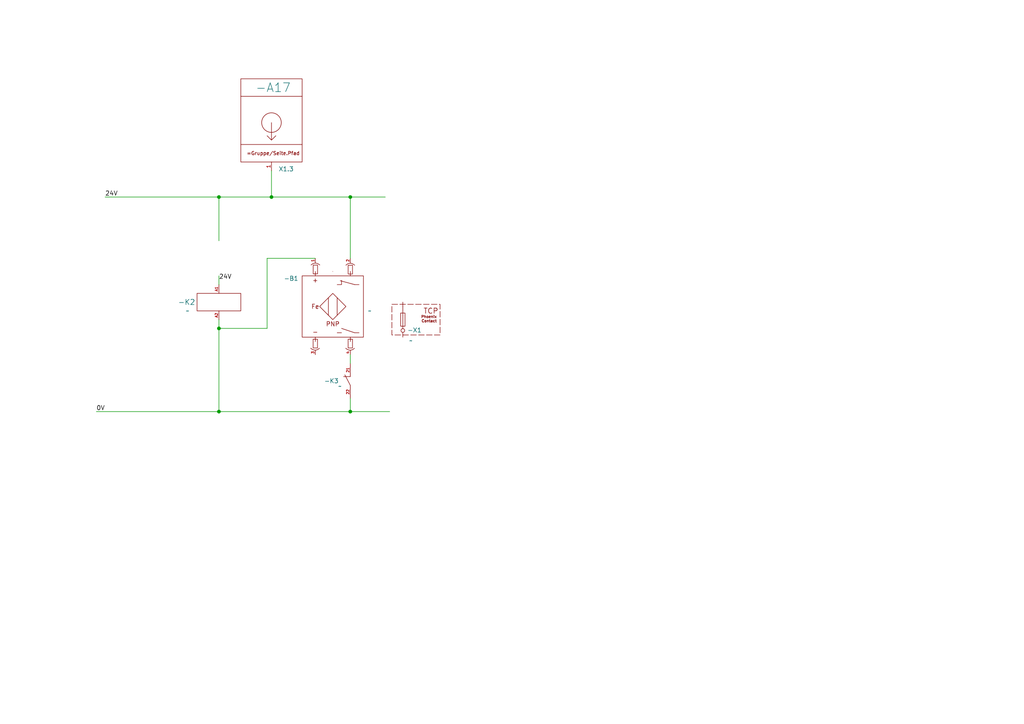
<source format=kicad_sch>
(kicad_sch (version 20250114) (generator "eeschema") (generator_version "9.0")
  (paper "A4")
  (lib_symbols
    (symbol "plc_standart:PLC_OUT_(A)" (on_board no)
      (property "Reference" "-A" (at -6.35 10.16 0))
      (symbol "PLC_OUT_(A)_0_1"
        (rectangle (start -8.89 12.7) (end 8.89 -11.43))
        (polyline (pts (xy -8.89 7.62) (xy 8.89 7.62)))
        (polyline (pts (xy -8.89 -6.35) (xy 8.89 -6.35)))
        (polyline (pts (xy 0 0) (xy 0 -5.08) (xy 1.27 -3.81) (xy 0 -5.08) (xy -1.27 -3.81)))
        (circle (center 0 0) (radius 2.8398))
      )
      (symbol "PLC_OUT_(A)_1_1"
        (text "=Gruppe/Seite.Pfad" (at 0.508 -8.89 0) (effects (font (size 1.016 1.016))))
        (pin output line (at 0 -13.97 90) (length 2.54) (name "") (number "1"))
      )
    )
    (symbol "plc_standart:PNP Fe"
      (property "Reference" "-B" (at -11.938 8.128 0))
      (symbol "PNP Fe_0_1"
        (rectangle (start -8.89 8.89) (end 8.89 -8.89))
        (polyline (pts (xy -5.08 8.89) (xy -5.08 10.16)))
        (polyline (pts (xy -5.08 -8.89) (xy -5.08 -10.16)))
        (polyline (pts (xy -3.81 0) (xy 0 3.81) (xy 3.81 0) (xy 0 -3.81) (xy -3.81 0)))
        (polyline (pts (xy -1.27 2.54) (xy -1.27 -2.54)))
        (rectangle (start 0 10.16) (end 0 10.16))
        (polyline (pts (xy 1.27 6.35) (xy 2.54 6.35) (xy 2.54 7.62)))
        (polyline (pts (xy 1.27 2.54) (xy 1.27 -2.54)))
        (polyline (pts (xy 1.27 -7.62) (xy 2.54 -7.62)))
        (rectangle (start 5.08 10.16) (end 5.08 10.16))
        (polyline (pts (xy 5.08 8.89) (xy 5.08 10.16)))
        (polyline (pts (xy 5.08 -8.89) (xy 5.08 -10.16)))
        (polyline (pts (xy 6.35 6.35) (xy 2.1612 7.4737)))
        (polyline (pts (xy 6.35 6.35) (xy 7.62 6.35)))
        (polyline (pts (xy 6.35 -7.62) (xy 2.54 -6.35)))
        (polyline (pts (xy 6.35 -7.62) (xy 7.62 -7.62)))
      )
      (symbol "PNP Fe_1_1"
        (bezier (pts (xy -6.3012 12.0345) (xy -5.0312 13.3045) (xy -3.7612 12.0345) (xy -3.7612 12.0345)))
        (rectangle (start -5.7031 -9.4835) (end -4.4331 -12.0235) (fill (type color)))
        (rectangle (start -5.6833 12.0107) (end -4.4133 9.4707) (fill (type color)))
        (bezier (pts (xy -3.8638 -12.0969) (xy -5.1338 -13.3669) (xy -6.4038 -12.0969) (xy -6.4038 -12.0969)))
        (bezier (pts (xy 3.8093 11.9806) (xy 5.0793 13.2506) (xy 6.3493 11.9806) (xy 6.3493 11.9806)))
        (rectangle (start 4.4492 -9.4835) (end 5.7192 -12.0235) (fill (type color)))
        (rectangle (start 4.451 11.9632) (end 5.721 9.4232) (fill (type color)))
        (bezier (pts (xy 6.2858 -12.1072) (xy 5.0158 -13.3772) (xy 3.7458 -12.1072) (xy 3.7458 -12.1072)))
        (text "+" (at -5.08 7.62 0) (effects (font (size 1.27 1.27))))
        (text "Fe" (at -5.08 0 0) (effects (font (size 1.27 1.27))))
        (text "-" (at -5.08 -7.366 0) (effects (font (size 1.27 1.27))))
        (text "PNP" (at 0 -5.08 0) (effects (font (size 1.27 1.27))))
        (pin input line (at -5.08 13.97 270) (length 1.27) (name "") (number "1"))
        (pin input line (at -5.08 -13.97 90) (length 1.27) (name "") (number "3"))
        (pin output line (at 5.08 13.97 270) (length 1.27) (name "") (number "2"))
        (pin output line (at 5.08 -13.97 90) (length 1.27) (name "") (number "4"))
      )
    )
    (symbol "plc_standart:Relais (K)"
      (property "Reference" "-K" (at -7.366 0 0))
      (symbol "Relais (K)_0_1"
        (rectangle (start -6.35 2.54) (end 6.35 -2.54))
      )
      (symbol "Relais (K)_1_1"
        (pin input line (at 0 5.08 270) (length 2.54) (name "") (number "A1"))
        (pin output line (at 0 -5.08 90) (length 2.54) (name "") (number "A2"))
      )
    )
    (symbol "plc_standart:Relais_(K)_NC"
      (property "Reference" "-K" (at -4.318 0 0))
      (symbol "Relais_(K)_NC_0_1"
        (polyline (pts (xy 0 1.27) (xy -1.944 1.27)))
        (polyline (pts (xy 0 1.27) (xy 0 1.27)))
        (polyline (pts (xy 0 -1.27) (xy -1.5826 1.7804)))
      )
      (symbol "Relais_(K)_NC_1_1"
        (pin input line (at 0 5.08 270) (length 3.81) (name "") (number "21"))
        (pin output line (at 0 -5.08 90) (length 3.81) (name "") (number "22"))
      )
    )
    (symbol "plc_standart:TCP_(X)"
      (property "Reference" "-X" (at -7.874 -5.842 0))
      (symbol "TCP_(X)_1_1"
        (rectangle (start -6.985 4.445) (end 6.985 -4.445) (stroke (width 0) (type dash)))
        (rectangle (start -4.445 1.905) (end -3.175 -1.905))
        (circle (center -3.8101 -3.155) (radius 0.5341))
        (polyline (pts (xy -3.81 3.81) (xy -3.81 -2.54)))
        (text "TCP" (at 4.318 2.54 0) (effects (font (size 1.524 1.524))))
        (text "Phoenix\nContact" (at 6.096 0.254 0) (effects (font (size 0.762 0.762)) (justify right)))
        (pin input line (at -3.81 5.08 270) (length 1.27) (name "") (number ""))
        (pin output line (at -3.81 -5.08 90) (length 1.27) (name "") (number ""))
      )
    )
  )
  (junction (at 101.6 119.38))
  (junction (at 63.5 95.25))
  (junction (at 63.5 57.15))
  (junction (at 63.5 119.38))
  (junction (at 78.74 57.15))
  (junction (at 101.6 57.15))
  (wire (pts (xy 101.6 74.93) (xy 101.6 57.15)))
  (wire (pts (xy 101.6 115.57) (xy 101.6 119.38)))
  (wire (pts (xy 63.5 95.25) (xy 63.5 119.38)))
  (wire (pts (xy 78.74 57.15) (xy 101.6 57.15)))
  (wire (pts (xy 63.5 119.38) (xy 27.94 119.38)))
  (wire (pts (xy 63.5 69.85) (xy 63.5 57.15)))
  (wire (pts (xy 63.5 119.38) (xy 101.6 119.38)))
  (wire (pts (xy 101.6 57.15) (xy 111.76 57.15)))
  (wire (pts (xy 77.47 95.25) (xy 63.5 95.25)))
  (wire (pts (xy 91.44 74.93) (xy 77.47 74.93)))
  (wire (pts (xy 77.47 74.93) (xy 77.47 95.25)))
  (wire (pts (xy 63.5 57.15) (xy 78.74 57.15)))
  (wire (pts (xy 78.74 49.53) (xy 78.74 57.15)))
  (wire (pts (xy 101.6 119.38) (xy 113.03 119.38)))
  (wire (pts (xy 101.6 102.87) (xy 101.6 105.41)))
  (wire (pts (xy 63.5 80.01) (xy 63.5 82.55)))
  (wire (pts (xy 30.48 57.15) (xy 63.5 57.15)))
  (wire (pts (xy 63.5 92.71) (xy 63.5 95.25)))
  (label "24V" (at 63.5 81.28 0))
  (label "0V" (at 27.94 119.38 0))
  (label "24V" (at 30.48 57.15 0))
  (symbol (lib_id "plc_standart:TCP_(X)") (at 120.65 92.71 0) (unit 1)
    (property "Reference" "-X1" (at 118.11 95.758 0) (effects (justify left)))
    (property "Value" "~" (at 118.618 98.806 0) (effects (justify left)))
  )
  (symbol (lib_id "plc_standart:Relais_(K)_NC") (at 101.6 110.49 0) (unit 1)
    (property "Reference" "-K3" (at 93.98 110.49 0) (effects (justify left)))
    (property "Value" "~" (at 98.044 112.014 0) (effects (justify left)))
  )
  (symbol (lib_id "plc_standart:PNP Fe") (at 96.52 88.9 0) (unit 1)
    (property "Reference" "-B1" (at 82.296 80.772 0) (effects (justify left)))
    (property "Value" "~" (at 106.68 90.1699 0) (effects (justify left)))
  )
  (symbol (lib_id "plc_standart:PLC_OUT_(A)") (at 78.74 35.56 0) (unit 1) (on_board no)
    (property "Reference" "-A17" (at 73.914 25.4 0) (effects (font (size 2.54 2.54)) (justify left)))
    (property "Value" "X1.3" (at 80.772 49.022 0) (effects (justify left)))
  )
  (symbol (lib_id "plc_standart:Relais (K)") (at 63.5 87.63 0) (unit 1)
    (property "Reference" "-K2" (at 51.562 87.63 0) (effects (font (size 1.524 1.524)) (justify left)))
    (property "Value" "~" (at 53.848 90.17 0) (effects (justify left)))
  )
)
</source>
